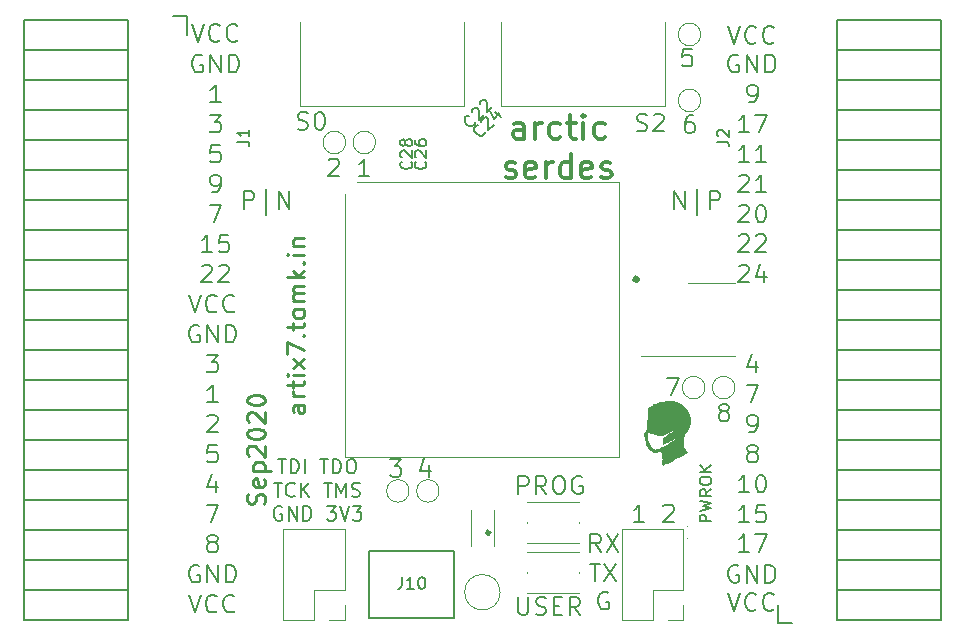
<source format=gbr>
G04 #@! TF.GenerationSoftware,KiCad,Pcbnew,5.1.6-c6e7f7d~87~ubuntu20.04.1*
G04 #@! TF.CreationDate,2020-09-13T13:30:54-07:00*
G04 #@! TF.ProjectId,artix7-pcie-v2,61727469-7837-42d7-9063-69652d76322e,rev?*
G04 #@! TF.SameCoordinates,PX69f4060PY6b00940*
G04 #@! TF.FileFunction,Legend,Top*
G04 #@! TF.FilePolarity,Positive*
%FSLAX46Y46*%
G04 Gerber Fmt 4.6, Leading zero omitted, Abs format (unit mm)*
G04 Created by KiCad (PCBNEW 5.1.6-c6e7f7d~87~ubuntu20.04.1) date 2020-09-13 13:30:54*
%MOMM*%
%LPD*%
G01*
G04 APERTURE LIST*
%ADD10C,0.200000*%
%ADD11C,0.350000*%
%ADD12C,0.150000*%
%ADD13C,0.250000*%
%ADD14C,0.100000*%
%ADD15C,0.120000*%
%ADD16C,0.010000*%
%ADD17C,0.500000*%
%ADD18C,0.300000*%
G04 APERTURE END LIST*
D10*
X46257142Y34761429D02*
X46257142Y36261429D01*
X47114285Y34761429D01*
X47114285Y36261429D01*
X48185714Y34261429D02*
X48185714Y36404286D01*
X49257142Y34761429D02*
X49257142Y36261429D01*
X49828571Y36261429D01*
X49971428Y36190000D01*
X50042857Y36118572D01*
X50114285Y35975715D01*
X50114285Y35761429D01*
X50042857Y35618572D01*
X49971428Y35547143D01*
X49828571Y35475715D01*
X49257142Y35475715D01*
X9807142Y34761429D02*
X9807142Y36261429D01*
X10378571Y36261429D01*
X10521428Y36190000D01*
X10592857Y36118572D01*
X10664285Y35975715D01*
X10664285Y35761429D01*
X10592857Y35618572D01*
X10521428Y35547143D01*
X10378571Y35475715D01*
X9807142Y35475715D01*
X11664285Y34261429D02*
X11664285Y36404286D01*
X12735714Y34761429D02*
X12735714Y36261429D01*
X13592857Y34761429D01*
X13592857Y36261429D01*
X50307142Y17618572D02*
X50164285Y17690000D01*
X50092857Y17761429D01*
X50021428Y17904286D01*
X50021428Y17975715D01*
X50092857Y18118572D01*
X50164285Y18190000D01*
X50307142Y18261429D01*
X50592857Y18261429D01*
X50735714Y18190000D01*
X50807142Y18118572D01*
X50878571Y17975715D01*
X50878571Y17904286D01*
X50807142Y17761429D01*
X50735714Y17690000D01*
X50592857Y17618572D01*
X50307142Y17618572D01*
X50164285Y17547143D01*
X50092857Y17475715D01*
X50021428Y17332858D01*
X50021428Y17047143D01*
X50092857Y16904286D01*
X50164285Y16832858D01*
X50307142Y16761429D01*
X50592857Y16761429D01*
X50735714Y16832858D01*
X50807142Y16904286D01*
X50878571Y17047143D01*
X50878571Y17332858D01*
X50807142Y17475715D01*
X50735714Y17547143D01*
X50592857Y17618572D01*
X45600000Y20461429D02*
X46600000Y20461429D01*
X45957142Y18961429D01*
X47707142Y48311429D02*
X46992857Y48311429D01*
X46921428Y47597143D01*
X46992857Y47668572D01*
X47135714Y47740000D01*
X47492857Y47740000D01*
X47635714Y47668572D01*
X47707142Y47597143D01*
X47778571Y47454286D01*
X47778571Y47097143D01*
X47707142Y46954286D01*
X47635714Y46882858D01*
X47492857Y46811429D01*
X47135714Y46811429D01*
X46992857Y46882858D01*
X46921428Y46954286D01*
X47835714Y42661429D02*
X47550000Y42661429D01*
X47407142Y42590000D01*
X47335714Y42518572D01*
X47192857Y42304286D01*
X47121428Y42018572D01*
X47121428Y41447143D01*
X47192857Y41304286D01*
X47264285Y41232858D01*
X47407142Y41161429D01*
X47692857Y41161429D01*
X47835714Y41232858D01*
X47907142Y41304286D01*
X47978571Y41447143D01*
X47978571Y41804286D01*
X47907142Y41947143D01*
X47835714Y42018572D01*
X47692857Y42090000D01*
X47407142Y42090000D01*
X47264285Y42018572D01*
X47192857Y41947143D01*
X47121428Y41804286D01*
X20428571Y37511429D02*
X19571428Y37511429D01*
X20000000Y37511429D02*
X20000000Y39011429D01*
X19857142Y38797143D01*
X19714285Y38654286D01*
X19571428Y38582858D01*
X16971428Y38868572D02*
X17042857Y38940000D01*
X17185714Y39011429D01*
X17542857Y39011429D01*
X17685714Y38940000D01*
X17757142Y38868572D01*
X17828571Y38725715D01*
X17828571Y38582858D01*
X17757142Y38368572D01*
X16900000Y37511429D01*
X17828571Y37511429D01*
X25435714Y13061429D02*
X25435714Y12061429D01*
X25078571Y13632858D02*
X24721428Y12561429D01*
X25650000Y12561429D01*
X22200000Y13561429D02*
X23128571Y13561429D01*
X22628571Y12990000D01*
X22842857Y12990000D01*
X22985714Y12918572D01*
X23057142Y12847143D01*
X23128571Y12704286D01*
X23128571Y12347143D01*
X23057142Y12204286D01*
X22985714Y12132858D01*
X22842857Y12061429D01*
X22414285Y12061429D01*
X22271428Y12132858D01*
X22200000Y12204286D01*
X40642857Y2264000D02*
X40500000Y2335429D01*
X40285714Y2335429D01*
X40071428Y2264000D01*
X39928571Y2121143D01*
X39857142Y1978286D01*
X39785714Y1692572D01*
X39785714Y1478286D01*
X39857142Y1192572D01*
X39928571Y1049715D01*
X40071428Y906858D01*
X40285714Y835429D01*
X40428571Y835429D01*
X40642857Y906858D01*
X40714285Y978286D01*
X40714285Y1478286D01*
X40428571Y1478286D01*
D11*
X33497619Y40710239D02*
X33497619Y41757858D01*
X33402380Y41948334D01*
X33211904Y42043572D01*
X32830952Y42043572D01*
X32640476Y41948334D01*
X33497619Y40805477D02*
X33307142Y40710239D01*
X32830952Y40710239D01*
X32640476Y40805477D01*
X32545238Y40995953D01*
X32545238Y41186429D01*
X32640476Y41376905D01*
X32830952Y41472143D01*
X33307142Y41472143D01*
X33497619Y41567381D01*
X34450000Y40710239D02*
X34450000Y42043572D01*
X34450000Y41662620D02*
X34545238Y41853096D01*
X34640476Y41948334D01*
X34830952Y42043572D01*
X35021428Y42043572D01*
X36545238Y40805477D02*
X36354761Y40710239D01*
X35973809Y40710239D01*
X35783333Y40805477D01*
X35688095Y40900715D01*
X35592857Y41091191D01*
X35592857Y41662620D01*
X35688095Y41853096D01*
X35783333Y41948334D01*
X35973809Y42043572D01*
X36354761Y42043572D01*
X36545238Y41948334D01*
X37116666Y42043572D02*
X37878571Y42043572D01*
X37402380Y42710239D02*
X37402380Y40995953D01*
X37497619Y40805477D01*
X37688095Y40710239D01*
X37878571Y40710239D01*
X38545238Y40710239D02*
X38545238Y42043572D01*
X38545238Y42710239D02*
X38450000Y42615000D01*
X38545238Y42519762D01*
X38640476Y42615000D01*
X38545238Y42710239D01*
X38545238Y42519762D01*
X40354761Y40805477D02*
X40164285Y40710239D01*
X39783333Y40710239D01*
X39592857Y40805477D01*
X39497619Y40900715D01*
X39402380Y41091191D01*
X39402380Y41662620D01*
X39497619Y41853096D01*
X39592857Y41948334D01*
X39783333Y42043572D01*
X40164285Y42043572D01*
X40354761Y41948334D01*
X31973809Y37455477D02*
X32164285Y37360239D01*
X32545238Y37360239D01*
X32735714Y37455477D01*
X32830952Y37645953D01*
X32830952Y37741191D01*
X32735714Y37931667D01*
X32545238Y38026905D01*
X32259523Y38026905D01*
X32069047Y38122143D01*
X31973809Y38312620D01*
X31973809Y38407858D01*
X32069047Y38598334D01*
X32259523Y38693572D01*
X32545238Y38693572D01*
X32735714Y38598334D01*
X34450000Y37455477D02*
X34259523Y37360239D01*
X33878571Y37360239D01*
X33688095Y37455477D01*
X33592857Y37645953D01*
X33592857Y38407858D01*
X33688095Y38598334D01*
X33878571Y38693572D01*
X34259523Y38693572D01*
X34450000Y38598334D01*
X34545238Y38407858D01*
X34545238Y38217381D01*
X33592857Y38026905D01*
X35402380Y37360239D02*
X35402380Y38693572D01*
X35402380Y38312620D02*
X35497619Y38503096D01*
X35592857Y38598334D01*
X35783333Y38693572D01*
X35973809Y38693572D01*
X37497619Y37360239D02*
X37497619Y39360239D01*
X37497619Y37455477D02*
X37307142Y37360239D01*
X36926190Y37360239D01*
X36735714Y37455477D01*
X36640476Y37550715D01*
X36545238Y37741191D01*
X36545238Y38312620D01*
X36640476Y38503096D01*
X36735714Y38598334D01*
X36926190Y38693572D01*
X37307142Y38693572D01*
X37497619Y38598334D01*
X39211904Y37455477D02*
X39021428Y37360239D01*
X38640476Y37360239D01*
X38450000Y37455477D01*
X38354761Y37645953D01*
X38354761Y38407858D01*
X38450000Y38598334D01*
X38640476Y38693572D01*
X39021428Y38693572D01*
X39211904Y38598334D01*
X39307142Y38407858D01*
X39307142Y38217381D01*
X38354761Y38026905D01*
X40069047Y37455477D02*
X40259523Y37360239D01*
X40640476Y37360239D01*
X40830952Y37455477D01*
X40926190Y37645953D01*
X40926190Y37741191D01*
X40830952Y37931667D01*
X40640476Y38026905D01*
X40354761Y38026905D01*
X40164285Y38122143D01*
X40069047Y38312620D01*
X40069047Y38407858D01*
X40164285Y38598334D01*
X40354761Y38693572D01*
X40640476Y38693572D01*
X40830952Y38598334D01*
D12*
X49379380Y8300858D02*
X48379380Y8300858D01*
X48379380Y8681810D01*
X48427000Y8777048D01*
X48474619Y8824667D01*
X48569857Y8872286D01*
X48712714Y8872286D01*
X48807952Y8824667D01*
X48855571Y8777048D01*
X48903190Y8681810D01*
X48903190Y8300858D01*
X48379380Y9205620D02*
X49379380Y9443715D01*
X48665095Y9634191D01*
X49379380Y9824667D01*
X48379380Y10062762D01*
X49379380Y11015143D02*
X48903190Y10681810D01*
X49379380Y10443715D02*
X48379380Y10443715D01*
X48379380Y10824667D01*
X48427000Y10919905D01*
X48474619Y10967524D01*
X48569857Y11015143D01*
X48712714Y11015143D01*
X48807952Y10967524D01*
X48855571Y10919905D01*
X48903190Y10824667D01*
X48903190Y10443715D01*
X48379380Y11634191D02*
X48379380Y11824667D01*
X48427000Y11919905D01*
X48522238Y12015143D01*
X48712714Y12062762D01*
X49046047Y12062762D01*
X49236523Y12015143D01*
X49331761Y11919905D01*
X49379380Y11824667D01*
X49379380Y11634191D01*
X49331761Y11538953D01*
X49236523Y11443715D01*
X49046047Y11396096D01*
X48712714Y11396096D01*
X48522238Y11443715D01*
X48427000Y11538953D01*
X48379380Y11634191D01*
X49379380Y12491334D02*
X48379380Y12491334D01*
X49379380Y13062762D02*
X48807952Y12634191D01*
X48379380Y13062762D02*
X48950809Y12491334D01*
D13*
X14928571Y18175715D02*
X14142857Y18175715D01*
X14000000Y18104286D01*
X13928571Y17961429D01*
X13928571Y17675715D01*
X14000000Y17532858D01*
X14857142Y18175715D02*
X14928571Y18032858D01*
X14928571Y17675715D01*
X14857142Y17532858D01*
X14714285Y17461429D01*
X14571428Y17461429D01*
X14428571Y17532858D01*
X14357142Y17675715D01*
X14357142Y18032858D01*
X14285714Y18175715D01*
X14928571Y18890000D02*
X13928571Y18890000D01*
X14214285Y18890000D02*
X14071428Y18961429D01*
X14000000Y19032858D01*
X13928571Y19175715D01*
X13928571Y19318572D01*
X13928571Y19604286D02*
X13928571Y20175715D01*
X13428571Y19818572D02*
X14714285Y19818572D01*
X14857142Y19890000D01*
X14928571Y20032858D01*
X14928571Y20175715D01*
X14928571Y20675715D02*
X13928571Y20675715D01*
X13428571Y20675715D02*
X13500000Y20604286D01*
X13571428Y20675715D01*
X13500000Y20747143D01*
X13428571Y20675715D01*
X13571428Y20675715D01*
X14928571Y21247143D02*
X13928571Y22032858D01*
X13928571Y21247143D02*
X14928571Y22032858D01*
X13428571Y22461429D02*
X13428571Y23461429D01*
X14928571Y22818572D01*
X14785714Y24032858D02*
X14857142Y24104286D01*
X14928571Y24032858D01*
X14857142Y23961429D01*
X14785714Y24032858D01*
X14928571Y24032858D01*
X13928571Y24532858D02*
X13928571Y25104286D01*
X13428571Y24747143D02*
X14714285Y24747143D01*
X14857142Y24818572D01*
X14928571Y24961429D01*
X14928571Y25104286D01*
X14928571Y25818572D02*
X14857142Y25675715D01*
X14785714Y25604286D01*
X14642857Y25532858D01*
X14214285Y25532858D01*
X14071428Y25604286D01*
X14000000Y25675715D01*
X13928571Y25818572D01*
X13928571Y26032858D01*
X14000000Y26175715D01*
X14071428Y26247143D01*
X14214285Y26318572D01*
X14642857Y26318572D01*
X14785714Y26247143D01*
X14857142Y26175715D01*
X14928571Y26032858D01*
X14928571Y25818572D01*
X14928571Y26961429D02*
X13928571Y26961429D01*
X14071428Y26961429D02*
X14000000Y27032858D01*
X13928571Y27175715D01*
X13928571Y27390000D01*
X14000000Y27532858D01*
X14142857Y27604286D01*
X14928571Y27604286D01*
X14142857Y27604286D02*
X14000000Y27675715D01*
X13928571Y27818572D01*
X13928571Y28032858D01*
X14000000Y28175715D01*
X14142857Y28247143D01*
X14928571Y28247143D01*
X14928571Y28961429D02*
X13428571Y28961429D01*
X14357142Y29104286D02*
X14928571Y29532858D01*
X13928571Y29532858D02*
X14500000Y28961429D01*
X14785714Y30175715D02*
X14857142Y30247143D01*
X14928571Y30175715D01*
X14857142Y30104286D01*
X14785714Y30175715D01*
X14928571Y30175715D01*
X14928571Y30890000D02*
X13928571Y30890000D01*
X13428571Y30890000D02*
X13500000Y30818572D01*
X13571428Y30890000D01*
X13500000Y30961429D01*
X13428571Y30890000D01*
X13571428Y30890000D01*
X13928571Y31604286D02*
X14928571Y31604286D01*
X14071428Y31604286D02*
X14000000Y31675715D01*
X13928571Y31818572D01*
X13928571Y32032858D01*
X14000000Y32175715D01*
X14142857Y32247143D01*
X14928571Y32247143D01*
X11507142Y9782858D02*
X11578571Y9997143D01*
X11578571Y10354286D01*
X11507142Y10497143D01*
X11435714Y10568572D01*
X11292857Y10640000D01*
X11150000Y10640000D01*
X11007142Y10568572D01*
X10935714Y10497143D01*
X10864285Y10354286D01*
X10792857Y10068572D01*
X10721428Y9925715D01*
X10650000Y9854286D01*
X10507142Y9782858D01*
X10364285Y9782858D01*
X10221428Y9854286D01*
X10150000Y9925715D01*
X10078571Y10068572D01*
X10078571Y10425715D01*
X10150000Y10640000D01*
X11507142Y11854286D02*
X11578571Y11711429D01*
X11578571Y11425715D01*
X11507142Y11282858D01*
X11364285Y11211429D01*
X10792857Y11211429D01*
X10650000Y11282858D01*
X10578571Y11425715D01*
X10578571Y11711429D01*
X10650000Y11854286D01*
X10792857Y11925715D01*
X10935714Y11925715D01*
X11078571Y11211429D01*
X10578571Y12568572D02*
X12078571Y12568572D01*
X10650000Y12568572D02*
X10578571Y12711429D01*
X10578571Y12997143D01*
X10650000Y13140000D01*
X10721428Y13211429D01*
X10864285Y13282858D01*
X11292857Y13282858D01*
X11435714Y13211429D01*
X11507142Y13140000D01*
X11578571Y12997143D01*
X11578571Y12711429D01*
X11507142Y12568572D01*
X10221428Y13854286D02*
X10150000Y13925715D01*
X10078571Y14068572D01*
X10078571Y14425715D01*
X10150000Y14568572D01*
X10221428Y14640000D01*
X10364285Y14711429D01*
X10507142Y14711429D01*
X10721428Y14640000D01*
X11578571Y13782858D01*
X11578571Y14711429D01*
X10078571Y15640000D02*
X10078571Y15782858D01*
X10150000Y15925715D01*
X10221428Y15997143D01*
X10364285Y16068572D01*
X10650000Y16140000D01*
X11007142Y16140000D01*
X11292857Y16068572D01*
X11435714Y15997143D01*
X11507142Y15925715D01*
X11578571Y15782858D01*
X11578571Y15640000D01*
X11507142Y15497143D01*
X11435714Y15425715D01*
X11292857Y15354286D01*
X11007142Y15282858D01*
X10650000Y15282858D01*
X10364285Y15354286D01*
X10221428Y15425715D01*
X10150000Y15497143D01*
X10078571Y15640000D01*
X10221428Y16711429D02*
X10150000Y16782858D01*
X10078571Y16925715D01*
X10078571Y17282858D01*
X10150000Y17425715D01*
X10221428Y17497143D01*
X10364285Y17568572D01*
X10507142Y17568572D01*
X10721428Y17497143D01*
X11578571Y16640000D01*
X11578571Y17568572D01*
X10078571Y18497143D02*
X10078571Y18640000D01*
X10150000Y18782858D01*
X10221428Y18854286D01*
X10364285Y18925715D01*
X10650000Y18997143D01*
X11007142Y18997143D01*
X11292857Y18925715D01*
X11435714Y18854286D01*
X11507142Y18782858D01*
X11578571Y18640000D01*
X11578571Y18497143D01*
X11507142Y18354286D01*
X11435714Y18282858D01*
X11292857Y18211429D01*
X11007142Y18140000D01*
X10650000Y18140000D01*
X10364285Y18211429D01*
X10221428Y18282858D01*
X10150000Y18354286D01*
X10078571Y18497143D01*
D10*
X51657142Y47740000D02*
X51514285Y47811429D01*
X51300000Y47811429D01*
X51085714Y47740000D01*
X50942857Y47597143D01*
X50871428Y47454286D01*
X50800000Y47168572D01*
X50800000Y46954286D01*
X50871428Y46668572D01*
X50942857Y46525715D01*
X51085714Y46382858D01*
X51300000Y46311429D01*
X51442857Y46311429D01*
X51657142Y46382858D01*
X51728571Y46454286D01*
X51728571Y46954286D01*
X51442857Y46954286D01*
X52371428Y46311429D02*
X52371428Y47811429D01*
X53228571Y46311429D01*
X53228571Y47811429D01*
X53942857Y46311429D02*
X53942857Y47811429D01*
X54300000Y47811429D01*
X54514285Y47740000D01*
X54657142Y47597143D01*
X54728571Y47454286D01*
X54800000Y47168572D01*
X54800000Y46954286D01*
X54728571Y46668572D01*
X54657142Y46525715D01*
X54514285Y46382858D01*
X54300000Y46311429D01*
X53942857Y46311429D01*
X51721142Y32468572D02*
X51792571Y32540000D01*
X51935428Y32611429D01*
X52292571Y32611429D01*
X52435428Y32540000D01*
X52506857Y32468572D01*
X52578285Y32325715D01*
X52578285Y32182858D01*
X52506857Y31968572D01*
X51649714Y31111429D01*
X52578285Y31111429D01*
X53149714Y32468572D02*
X53221142Y32540000D01*
X53364000Y32611429D01*
X53721142Y32611429D01*
X53864000Y32540000D01*
X53935428Y32468572D01*
X54006857Y32325715D01*
X54006857Y32182858D01*
X53935428Y31968572D01*
X53078285Y31111429D01*
X54006857Y31111429D01*
X52578285Y5711429D02*
X51721142Y5711429D01*
X52149714Y5711429D02*
X52149714Y7211429D01*
X52006857Y6997143D01*
X51864000Y6854286D01*
X51721142Y6782858D01*
X53078285Y7211429D02*
X54078285Y7211429D01*
X53435428Y5711429D01*
X50800000Y2211429D02*
X51300000Y711429D01*
X51800000Y2211429D01*
X53157142Y854286D02*
X53085714Y782858D01*
X52871428Y711429D01*
X52728571Y711429D01*
X52514285Y782858D01*
X52371428Y925715D01*
X52300000Y1068572D01*
X52228571Y1354286D01*
X52228571Y1568572D01*
X52300000Y1854286D01*
X52371428Y1997143D01*
X52514285Y2140000D01*
X52728571Y2211429D01*
X52871428Y2211429D01*
X53085714Y2140000D01*
X53157142Y2068572D01*
X54657142Y854286D02*
X54585714Y782858D01*
X54371428Y711429D01*
X54228571Y711429D01*
X54014285Y782858D01*
X53871428Y925715D01*
X53800000Y1068572D01*
X53728571Y1354286D01*
X53728571Y1568572D01*
X53800000Y1854286D01*
X53871428Y1997143D01*
X54014285Y2140000D01*
X54228571Y2211429D01*
X54371428Y2211429D01*
X54585714Y2140000D01*
X54657142Y2068572D01*
X51657142Y4540000D02*
X51514285Y4611429D01*
X51300000Y4611429D01*
X51085714Y4540000D01*
X50942857Y4397143D01*
X50871428Y4254286D01*
X50800000Y3968572D01*
X50800000Y3754286D01*
X50871428Y3468572D01*
X50942857Y3325715D01*
X51085714Y3182858D01*
X51300000Y3111429D01*
X51442857Y3111429D01*
X51657142Y3182858D01*
X51728571Y3254286D01*
X51728571Y3754286D01*
X51442857Y3754286D01*
X52371428Y3111429D02*
X52371428Y4611429D01*
X53228571Y3111429D01*
X53228571Y4611429D01*
X53942857Y3111429D02*
X53942857Y4611429D01*
X54300000Y4611429D01*
X54514285Y4540000D01*
X54657142Y4397143D01*
X54728571Y4254286D01*
X54800000Y3968572D01*
X54800000Y3754286D01*
X54728571Y3468572D01*
X54657142Y3325715D01*
X54514285Y3182858D01*
X54300000Y3111429D01*
X53942857Y3111429D01*
X50800000Y50211429D02*
X51300000Y48711429D01*
X51800000Y50211429D01*
X53157142Y48854286D02*
X53085714Y48782858D01*
X52871428Y48711429D01*
X52728571Y48711429D01*
X52514285Y48782858D01*
X52371428Y48925715D01*
X52300000Y49068572D01*
X52228571Y49354286D01*
X52228571Y49568572D01*
X52300000Y49854286D01*
X52371428Y49997143D01*
X52514285Y50140000D01*
X52728571Y50211429D01*
X52871428Y50211429D01*
X53085714Y50140000D01*
X53157142Y50068572D01*
X54657142Y48854286D02*
X54585714Y48782858D01*
X54371428Y48711429D01*
X54228571Y48711429D01*
X54014285Y48782858D01*
X53871428Y48925715D01*
X53800000Y49068572D01*
X53728571Y49354286D01*
X53728571Y49568572D01*
X53800000Y49854286D01*
X53871428Y49997143D01*
X54014285Y50140000D01*
X54228571Y50211429D01*
X54371428Y50211429D01*
X54585714Y50140000D01*
X54657142Y50068572D01*
X5400000Y50411429D02*
X5900000Y48911429D01*
X6400000Y50411429D01*
X7757142Y49054286D02*
X7685714Y48982858D01*
X7471428Y48911429D01*
X7328571Y48911429D01*
X7114285Y48982858D01*
X6971428Y49125715D01*
X6900000Y49268572D01*
X6828571Y49554286D01*
X6828571Y49768572D01*
X6900000Y50054286D01*
X6971428Y50197143D01*
X7114285Y50340000D01*
X7328571Y50411429D01*
X7471428Y50411429D01*
X7685714Y50340000D01*
X7757142Y50268572D01*
X9257142Y49054286D02*
X9185714Y48982858D01*
X8971428Y48911429D01*
X8828571Y48911429D01*
X8614285Y48982858D01*
X8471428Y49125715D01*
X8400000Y49268572D01*
X8328571Y49554286D01*
X8328571Y49768572D01*
X8400000Y50054286D01*
X8471428Y50197143D01*
X8614285Y50340000D01*
X8828571Y50411429D01*
X8971428Y50411429D01*
X9185714Y50340000D01*
X9257142Y50268572D01*
X6257142Y47740000D02*
X6114285Y47811429D01*
X5900000Y47811429D01*
X5685714Y47740000D01*
X5542857Y47597143D01*
X5471428Y47454286D01*
X5400000Y47168572D01*
X5400000Y46954286D01*
X5471428Y46668572D01*
X5542857Y46525715D01*
X5685714Y46382858D01*
X5900000Y46311429D01*
X6042857Y46311429D01*
X6257142Y46382858D01*
X6328571Y46454286D01*
X6328571Y46954286D01*
X6042857Y46954286D01*
X6971428Y46311429D02*
X6971428Y47811429D01*
X7828571Y46311429D01*
X7828571Y47811429D01*
X8542857Y46311429D02*
X8542857Y47811429D01*
X8900000Y47811429D01*
X9114285Y47740000D01*
X9257142Y47597143D01*
X9328571Y47454286D01*
X9400000Y47168572D01*
X9400000Y46954286D01*
X9328571Y46668572D01*
X9257142Y46525715D01*
X9114285Y46382858D01*
X8900000Y46311429D01*
X8542857Y46311429D01*
X52578285Y8201429D02*
X51721142Y8201429D01*
X52149714Y8201429D02*
X52149714Y9701429D01*
X52006857Y9487143D01*
X51864000Y9344286D01*
X51721142Y9272858D01*
X53935428Y9701429D02*
X53221142Y9701429D01*
X53149714Y8987143D01*
X53221142Y9058572D01*
X53364000Y9130000D01*
X53721142Y9130000D01*
X53864000Y9058572D01*
X53935428Y8987143D01*
X54006857Y8844286D01*
X54006857Y8487143D01*
X53935428Y8344286D01*
X53864000Y8272858D01*
X53721142Y8201429D01*
X53364000Y8201429D01*
X53221142Y8272858D01*
X53149714Y8344286D01*
X52578285Y10741429D02*
X51721142Y10741429D01*
X52149714Y10741429D02*
X52149714Y12241429D01*
X52006857Y12027143D01*
X51864000Y11884286D01*
X51721142Y11812858D01*
X53506857Y12241429D02*
X53649714Y12241429D01*
X53792571Y12170000D01*
X53864000Y12098572D01*
X53935428Y11955715D01*
X54006857Y11670000D01*
X54006857Y11312858D01*
X53935428Y11027143D01*
X53864000Y10884286D01*
X53792571Y10812858D01*
X53649714Y10741429D01*
X53506857Y10741429D01*
X53364000Y10812858D01*
X53292571Y10884286D01*
X53221142Y11027143D01*
X53149714Y11312858D01*
X53149714Y11670000D01*
X53221142Y11955715D01*
X53292571Y12098572D01*
X53364000Y12170000D01*
X53506857Y12241429D01*
X52721142Y14138572D02*
X52578285Y14210000D01*
X52506857Y14281429D01*
X52435428Y14424286D01*
X52435428Y14495715D01*
X52506857Y14638572D01*
X52578285Y14710000D01*
X52721142Y14781429D01*
X53006857Y14781429D01*
X53149714Y14710000D01*
X53221142Y14638572D01*
X53292571Y14495715D01*
X53292571Y14424286D01*
X53221142Y14281429D01*
X53149714Y14210000D01*
X53006857Y14138572D01*
X52721142Y14138572D01*
X52578285Y14067143D01*
X52506857Y13995715D01*
X52435428Y13852858D01*
X52435428Y13567143D01*
X52506857Y13424286D01*
X52578285Y13352858D01*
X52721142Y13281429D01*
X53006857Y13281429D01*
X53149714Y13352858D01*
X53221142Y13424286D01*
X53292571Y13567143D01*
X53292571Y13852858D01*
X53221142Y13995715D01*
X53149714Y14067143D01*
X53006857Y14138572D01*
X52578285Y15821429D02*
X52864000Y15821429D01*
X53006857Y15892858D01*
X53078285Y15964286D01*
X53221142Y16178572D01*
X53292571Y16464286D01*
X53292571Y17035715D01*
X53221142Y17178572D01*
X53149714Y17250000D01*
X53006857Y17321429D01*
X52721142Y17321429D01*
X52578285Y17250000D01*
X52506857Y17178572D01*
X52435428Y17035715D01*
X52435428Y16678572D01*
X52506857Y16535715D01*
X52578285Y16464286D01*
X52721142Y16392858D01*
X53006857Y16392858D01*
X53149714Y16464286D01*
X53221142Y16535715D01*
X53292571Y16678572D01*
X52364000Y19861429D02*
X53364000Y19861429D01*
X52721142Y18361429D01*
X53149714Y21901429D02*
X53149714Y20901429D01*
X52792571Y22472858D02*
X52435428Y21401429D01*
X53364000Y21401429D01*
X51721142Y29878572D02*
X51792571Y29950000D01*
X51935428Y30021429D01*
X52292571Y30021429D01*
X52435428Y29950000D01*
X52506857Y29878572D01*
X52578285Y29735715D01*
X52578285Y29592858D01*
X52506857Y29378572D01*
X51649714Y28521429D01*
X52578285Y28521429D01*
X53864000Y29521429D02*
X53864000Y28521429D01*
X53506857Y30092858D02*
X53149714Y29021429D01*
X54078285Y29021429D01*
X51721142Y34958572D02*
X51792571Y35030000D01*
X51935428Y35101429D01*
X52292571Y35101429D01*
X52435428Y35030000D01*
X52506857Y34958572D01*
X52578285Y34815715D01*
X52578285Y34672858D01*
X52506857Y34458572D01*
X51649714Y33601429D01*
X52578285Y33601429D01*
X53506857Y35101429D02*
X53649714Y35101429D01*
X53792571Y35030000D01*
X53864000Y34958572D01*
X53935428Y34815715D01*
X54006857Y34530000D01*
X54006857Y34172858D01*
X53935428Y33887143D01*
X53864000Y33744286D01*
X53792571Y33672858D01*
X53649714Y33601429D01*
X53506857Y33601429D01*
X53364000Y33672858D01*
X53292571Y33744286D01*
X53221142Y33887143D01*
X53149714Y34172858D01*
X53149714Y34530000D01*
X53221142Y34815715D01*
X53292571Y34958572D01*
X53364000Y35030000D01*
X53506857Y35101429D01*
X51721142Y37498572D02*
X51792571Y37570000D01*
X51935428Y37641429D01*
X52292571Y37641429D01*
X52435428Y37570000D01*
X52506857Y37498572D01*
X52578285Y37355715D01*
X52578285Y37212858D01*
X52506857Y36998572D01*
X51649714Y36141429D01*
X52578285Y36141429D01*
X54006857Y36141429D02*
X53149714Y36141429D01*
X53578285Y36141429D02*
X53578285Y37641429D01*
X53435428Y37427143D01*
X53292571Y37284286D01*
X53149714Y37212858D01*
X52578285Y38681429D02*
X51721142Y38681429D01*
X52149714Y38681429D02*
X52149714Y40181429D01*
X52006857Y39967143D01*
X51864000Y39824286D01*
X51721142Y39752858D01*
X54006857Y38681429D02*
X53149714Y38681429D01*
X53578285Y38681429D02*
X53578285Y40181429D01*
X53435428Y39967143D01*
X53292571Y39824286D01*
X53149714Y39752858D01*
X52578285Y41221429D02*
X51721142Y41221429D01*
X52149714Y41221429D02*
X52149714Y42721429D01*
X52006857Y42507143D01*
X51864000Y42364286D01*
X51721142Y42292858D01*
X53078285Y42721429D02*
X54078285Y42721429D01*
X53435428Y41221429D01*
X52578285Y43761429D02*
X52864000Y43761429D01*
X53006857Y43832858D01*
X53078285Y43904286D01*
X53221142Y44118572D01*
X53292571Y44404286D01*
X53292571Y44975715D01*
X53221142Y45118572D01*
X53149714Y45190000D01*
X53006857Y45261429D01*
X52721142Y45261429D01*
X52578285Y45190000D01*
X52506857Y45118572D01*
X52435428Y44975715D01*
X52435428Y44618572D01*
X52506857Y44475715D01*
X52578285Y44404286D01*
X52721142Y44332858D01*
X53006857Y44332858D01*
X53149714Y44404286D01*
X53221142Y44475715D01*
X53292571Y44618572D01*
X6001142Y4550000D02*
X5858285Y4621429D01*
X5644000Y4621429D01*
X5429714Y4550000D01*
X5286857Y4407143D01*
X5215428Y4264286D01*
X5144000Y3978572D01*
X5144000Y3764286D01*
X5215428Y3478572D01*
X5286857Y3335715D01*
X5429714Y3192858D01*
X5644000Y3121429D01*
X5786857Y3121429D01*
X6001142Y3192858D01*
X6072571Y3264286D01*
X6072571Y3764286D01*
X5786857Y3764286D01*
X6715428Y3121429D02*
X6715428Y4621429D01*
X7572571Y3121429D01*
X7572571Y4621429D01*
X8286857Y3121429D02*
X8286857Y4621429D01*
X8644000Y4621429D01*
X8858285Y4550000D01*
X9001142Y4407143D01*
X9072571Y4264286D01*
X9144000Y3978572D01*
X9144000Y3764286D01*
X9072571Y3478572D01*
X9001142Y3335715D01*
X8858285Y3192858D01*
X8644000Y3121429D01*
X8286857Y3121429D01*
X5144000Y2081429D02*
X5644000Y581429D01*
X6144000Y2081429D01*
X7501142Y724286D02*
X7429714Y652858D01*
X7215428Y581429D01*
X7072571Y581429D01*
X6858285Y652858D01*
X6715428Y795715D01*
X6644000Y938572D01*
X6572571Y1224286D01*
X6572571Y1438572D01*
X6644000Y1724286D01*
X6715428Y1867143D01*
X6858285Y2010000D01*
X7072571Y2081429D01*
X7215428Y2081429D01*
X7429714Y2010000D01*
X7501142Y1938572D01*
X9001142Y724286D02*
X8929714Y652858D01*
X8715428Y581429D01*
X8572571Y581429D01*
X8358285Y652858D01*
X8215428Y795715D01*
X8144000Y938572D01*
X8072571Y1224286D01*
X8072571Y1438572D01*
X8144000Y1724286D01*
X8215428Y1867143D01*
X8358285Y2010000D01*
X8572571Y2081429D01*
X8715428Y2081429D01*
X8929714Y2010000D01*
X9001142Y1938572D01*
X7001142Y6518572D02*
X6858285Y6590000D01*
X6786857Y6661429D01*
X6715428Y6804286D01*
X6715428Y6875715D01*
X6786857Y7018572D01*
X6858285Y7090000D01*
X7001142Y7161429D01*
X7286857Y7161429D01*
X7429714Y7090000D01*
X7501142Y7018572D01*
X7572571Y6875715D01*
X7572571Y6804286D01*
X7501142Y6661429D01*
X7429714Y6590000D01*
X7286857Y6518572D01*
X7001142Y6518572D01*
X6858285Y6447143D01*
X6786857Y6375715D01*
X6715428Y6232858D01*
X6715428Y5947143D01*
X6786857Y5804286D01*
X6858285Y5732858D01*
X7001142Y5661429D01*
X7286857Y5661429D01*
X7429714Y5732858D01*
X7501142Y5804286D01*
X7572571Y5947143D01*
X7572571Y6232858D01*
X7501142Y6375715D01*
X7429714Y6447143D01*
X7286857Y6518572D01*
X6644000Y9701429D02*
X7644000Y9701429D01*
X7001142Y8201429D01*
X7429714Y11741429D02*
X7429714Y10741429D01*
X7072571Y12312858D02*
X6715428Y11241429D01*
X7644000Y11241429D01*
X7501142Y14781429D02*
X6786857Y14781429D01*
X6715428Y14067143D01*
X6786857Y14138572D01*
X6929714Y14210000D01*
X7286857Y14210000D01*
X7429714Y14138572D01*
X7501142Y14067143D01*
X7572571Y13924286D01*
X7572571Y13567143D01*
X7501142Y13424286D01*
X7429714Y13352858D01*
X7286857Y13281429D01*
X6929714Y13281429D01*
X6786857Y13352858D01*
X6715428Y13424286D01*
X6715428Y17178572D02*
X6786857Y17250000D01*
X6929714Y17321429D01*
X7286857Y17321429D01*
X7429714Y17250000D01*
X7501142Y17178572D01*
X7572571Y17035715D01*
X7572571Y16892858D01*
X7501142Y16678572D01*
X6644000Y15821429D01*
X7572571Y15821429D01*
X7572571Y18361429D02*
X6715428Y18361429D01*
X7144000Y18361429D02*
X7144000Y19861429D01*
X7001142Y19647143D01*
X6858285Y19504286D01*
X6715428Y19432858D01*
X6644000Y22401429D02*
X7572571Y22401429D01*
X7072571Y21830000D01*
X7286857Y21830000D01*
X7429714Y21758572D01*
X7501142Y21687143D01*
X7572571Y21544286D01*
X7572571Y21187143D01*
X7501142Y21044286D01*
X7429714Y20972858D01*
X7286857Y20901429D01*
X6858285Y20901429D01*
X6715428Y20972858D01*
X6644000Y21044286D01*
X6255142Y29878572D02*
X6326571Y29950000D01*
X6469428Y30021429D01*
X6826571Y30021429D01*
X6969428Y29950000D01*
X7040857Y29878572D01*
X7112285Y29735715D01*
X7112285Y29592858D01*
X7040857Y29378572D01*
X6183714Y28521429D01*
X7112285Y28521429D01*
X7683714Y29878572D02*
X7755142Y29950000D01*
X7898000Y30021429D01*
X8255142Y30021429D01*
X8398000Y29950000D01*
X8469428Y29878572D01*
X8540857Y29735715D01*
X8540857Y29592858D01*
X8469428Y29378572D01*
X7612285Y28521429D01*
X8540857Y28521429D01*
X7112285Y31061429D02*
X6255142Y31061429D01*
X6683714Y31061429D02*
X6683714Y32561429D01*
X6540857Y32347143D01*
X6398000Y32204286D01*
X6255142Y32132858D01*
X8469428Y32561429D02*
X7755142Y32561429D01*
X7683714Y31847143D01*
X7755142Y31918572D01*
X7898000Y31990000D01*
X8255142Y31990000D01*
X8398000Y31918572D01*
X8469428Y31847143D01*
X8540857Y31704286D01*
X8540857Y31347143D01*
X8469428Y31204286D01*
X8398000Y31132858D01*
X8255142Y31061429D01*
X7898000Y31061429D01*
X7755142Y31132858D01*
X7683714Y31204286D01*
X6898000Y35101429D02*
X7898000Y35101429D01*
X7255142Y33601429D01*
X7112285Y36141429D02*
X7398000Y36141429D01*
X7540857Y36212858D01*
X7612285Y36284286D01*
X7755142Y36498572D01*
X7826571Y36784286D01*
X7826571Y37355715D01*
X7755142Y37498572D01*
X7683714Y37570000D01*
X7540857Y37641429D01*
X7255142Y37641429D01*
X7112285Y37570000D01*
X7040857Y37498572D01*
X6969428Y37355715D01*
X6969428Y36998572D01*
X7040857Y36855715D01*
X7112285Y36784286D01*
X7255142Y36712858D01*
X7540857Y36712858D01*
X7683714Y36784286D01*
X7755142Y36855715D01*
X7826571Y36998572D01*
X7755142Y40181429D02*
X7040857Y40181429D01*
X6969428Y39467143D01*
X7040857Y39538572D01*
X7183714Y39610000D01*
X7540857Y39610000D01*
X7683714Y39538572D01*
X7755142Y39467143D01*
X7826571Y39324286D01*
X7826571Y38967143D01*
X7755142Y38824286D01*
X7683714Y38752858D01*
X7540857Y38681429D01*
X7183714Y38681429D01*
X7040857Y38752858D01*
X6969428Y38824286D01*
X6898000Y42721429D02*
X7826571Y42721429D01*
X7326571Y42150000D01*
X7540857Y42150000D01*
X7683714Y42078572D01*
X7755142Y42007143D01*
X7826571Y41864286D01*
X7826571Y41507143D01*
X7755142Y41364286D01*
X7683714Y41292858D01*
X7540857Y41221429D01*
X7112285Y41221429D01*
X6969428Y41292858D01*
X6898000Y41364286D01*
X7826571Y43761429D02*
X6969428Y43761429D01*
X7398000Y43761429D02*
X7398000Y45261429D01*
X7255142Y45047143D01*
X7112285Y44904286D01*
X6969428Y44832858D01*
X5144000Y27481429D02*
X5644000Y25981429D01*
X6144000Y27481429D01*
X7501142Y26124286D02*
X7429714Y26052858D01*
X7215428Y25981429D01*
X7072571Y25981429D01*
X6858285Y26052858D01*
X6715428Y26195715D01*
X6644000Y26338572D01*
X6572571Y26624286D01*
X6572571Y26838572D01*
X6644000Y27124286D01*
X6715428Y27267143D01*
X6858285Y27410000D01*
X7072571Y27481429D01*
X7215428Y27481429D01*
X7429714Y27410000D01*
X7501142Y27338572D01*
X9001142Y26124286D02*
X8929714Y26052858D01*
X8715428Y25981429D01*
X8572571Y25981429D01*
X8358285Y26052858D01*
X8215428Y26195715D01*
X8144000Y26338572D01*
X8072571Y26624286D01*
X8072571Y26838572D01*
X8144000Y27124286D01*
X8215428Y27267143D01*
X8358285Y27410000D01*
X8572571Y27481429D01*
X8715428Y27481429D01*
X8929714Y27410000D01*
X9001142Y27338572D01*
X6001142Y24870000D02*
X5858285Y24941429D01*
X5644000Y24941429D01*
X5429714Y24870000D01*
X5286857Y24727143D01*
X5215428Y24584286D01*
X5144000Y24298572D01*
X5144000Y24084286D01*
X5215428Y23798572D01*
X5286857Y23655715D01*
X5429714Y23512858D01*
X5644000Y23441429D01*
X5786857Y23441429D01*
X6001142Y23512858D01*
X6072571Y23584286D01*
X6072571Y24084286D01*
X5786857Y24084286D01*
X6715428Y23441429D02*
X6715428Y24941429D01*
X7572571Y23441429D01*
X7572571Y24941429D01*
X8286857Y23441429D02*
X8286857Y24941429D01*
X8644000Y24941429D01*
X8858285Y24870000D01*
X9001142Y24727143D01*
X9072571Y24584286D01*
X9144000Y24298572D01*
X9144000Y24084286D01*
X9072571Y23798572D01*
X9001142Y23655715D01*
X8858285Y23512858D01*
X8644000Y23441429D01*
X8286857Y23441429D01*
X43057142Y41382858D02*
X43271428Y41311429D01*
X43628571Y41311429D01*
X43771428Y41382858D01*
X43842857Y41454286D01*
X43914285Y41597143D01*
X43914285Y41740000D01*
X43842857Y41882858D01*
X43771428Y41954286D01*
X43628571Y42025715D01*
X43342857Y42097143D01*
X43200000Y42168572D01*
X43128571Y42240000D01*
X43057142Y42382858D01*
X43057142Y42525715D01*
X43128571Y42668572D01*
X43200000Y42740000D01*
X43342857Y42811429D01*
X43700000Y42811429D01*
X43914285Y42740000D01*
X44485714Y42668572D02*
X44557142Y42740000D01*
X44700000Y42811429D01*
X45057142Y42811429D01*
X45200000Y42740000D01*
X45271428Y42668572D01*
X45342857Y42525715D01*
X45342857Y42382858D01*
X45271428Y42168572D01*
X44414285Y41311429D01*
X45342857Y41311429D01*
X14357142Y41532858D02*
X14571428Y41461429D01*
X14928571Y41461429D01*
X15071428Y41532858D01*
X15142857Y41604286D01*
X15214285Y41747143D01*
X15214285Y41890000D01*
X15142857Y42032858D01*
X15071428Y42104286D01*
X14928571Y42175715D01*
X14642857Y42247143D01*
X14500000Y42318572D01*
X14428571Y42390000D01*
X14357142Y42532858D01*
X14357142Y42675715D01*
X14428571Y42818572D01*
X14500000Y42890000D01*
X14642857Y42961429D01*
X15000000Y42961429D01*
X15214285Y42890000D01*
X16142857Y42961429D02*
X16285714Y42961429D01*
X16428571Y42890000D01*
X16500000Y42818572D01*
X16571428Y42675715D01*
X16642857Y42390000D01*
X16642857Y42032858D01*
X16571428Y41747143D01*
X16500000Y41604286D01*
X16428571Y41532858D01*
X16285714Y41461429D01*
X16142857Y41461429D01*
X16000000Y41532858D01*
X15928571Y41604286D01*
X15857142Y41747143D01*
X15785714Y42032858D01*
X15785714Y42390000D01*
X15857142Y42675715D01*
X15928571Y42818572D01*
X16000000Y42890000D01*
X16142857Y42961429D01*
X45321428Y9568572D02*
X45392857Y9640000D01*
X45535714Y9711429D01*
X45892857Y9711429D01*
X46035714Y9640000D01*
X46107142Y9568572D01*
X46178571Y9425715D01*
X46178571Y9282858D01*
X46107142Y9068572D01*
X45250000Y8211429D01*
X46178571Y8211429D01*
X43678571Y8211429D02*
X42821428Y8211429D01*
X43250000Y8211429D02*
X43250000Y9711429D01*
X43107142Y9497143D01*
X42964285Y9354286D01*
X42821428Y9282858D01*
X39107142Y4711429D02*
X39964285Y4711429D01*
X39535714Y3211429D02*
X39535714Y4711429D01*
X40321428Y4711429D02*
X41321428Y3211429D01*
X41321428Y4711429D02*
X40321428Y3211429D01*
X40000000Y5711429D02*
X39500000Y6425715D01*
X39142857Y5711429D02*
X39142857Y7211429D01*
X39714285Y7211429D01*
X39857142Y7140000D01*
X39928571Y7068572D01*
X40000000Y6925715D01*
X40000000Y6711429D01*
X39928571Y6568572D01*
X39857142Y6497143D01*
X39714285Y6425715D01*
X39142857Y6425715D01*
X40500000Y7211429D02*
X41500000Y5711429D01*
X41500000Y7211429D02*
X40500000Y5711429D01*
X12662571Y13569143D02*
X13348285Y13569143D01*
X13005428Y12369143D02*
X13005428Y13569143D01*
X13748285Y12369143D02*
X13748285Y13569143D01*
X14034000Y13569143D01*
X14205428Y13512000D01*
X14319714Y13397715D01*
X14376857Y13283429D01*
X14434000Y13054858D01*
X14434000Y12883429D01*
X14376857Y12654858D01*
X14319714Y12540572D01*
X14205428Y12426286D01*
X14034000Y12369143D01*
X13748285Y12369143D01*
X14948285Y12369143D02*
X14948285Y13569143D01*
X16262571Y13569143D02*
X16948285Y13569143D01*
X16605428Y12369143D02*
X16605428Y13569143D01*
X17348285Y12369143D02*
X17348285Y13569143D01*
X17634000Y13569143D01*
X17805428Y13512000D01*
X17919714Y13397715D01*
X17976857Y13283429D01*
X18034000Y13054858D01*
X18034000Y12883429D01*
X17976857Y12654858D01*
X17919714Y12540572D01*
X17805428Y12426286D01*
X17634000Y12369143D01*
X17348285Y12369143D01*
X18776857Y13569143D02*
X19005428Y13569143D01*
X19119714Y13512000D01*
X19234000Y13397715D01*
X19291142Y13169143D01*
X19291142Y12769143D01*
X19234000Y12540572D01*
X19119714Y12426286D01*
X19005428Y12369143D01*
X18776857Y12369143D01*
X18662571Y12426286D01*
X18548285Y12540572D01*
X18491142Y12769143D01*
X18491142Y13169143D01*
X18548285Y13397715D01*
X18662571Y13512000D01*
X18776857Y13569143D01*
X12319714Y11569143D02*
X13005428Y11569143D01*
X12662571Y10369143D02*
X12662571Y11569143D01*
X14091142Y10483429D02*
X14034000Y10426286D01*
X13862571Y10369143D01*
X13748285Y10369143D01*
X13576857Y10426286D01*
X13462571Y10540572D01*
X13405428Y10654858D01*
X13348285Y10883429D01*
X13348285Y11054858D01*
X13405428Y11283429D01*
X13462571Y11397715D01*
X13576857Y11512000D01*
X13748285Y11569143D01*
X13862571Y11569143D01*
X14034000Y11512000D01*
X14091142Y11454858D01*
X14605428Y10369143D02*
X14605428Y11569143D01*
X15291142Y10369143D02*
X14776857Y11054858D01*
X15291142Y11569143D02*
X14605428Y10883429D01*
X16548285Y11569143D02*
X17234000Y11569143D01*
X16891142Y10369143D02*
X16891142Y11569143D01*
X17634000Y10369143D02*
X17634000Y11569143D01*
X18034000Y10712000D01*
X18434000Y11569143D01*
X18434000Y10369143D01*
X18948285Y10426286D02*
X19119714Y10369143D01*
X19405428Y10369143D01*
X19519714Y10426286D01*
X19576857Y10483429D01*
X19634000Y10597715D01*
X19634000Y10712000D01*
X19576857Y10826286D01*
X19519714Y10883429D01*
X19405428Y10940572D01*
X19176857Y10997715D01*
X19062571Y11054858D01*
X19005428Y11112000D01*
X18948285Y11226286D01*
X18948285Y11340572D01*
X19005428Y11454858D01*
X19062571Y11512000D01*
X19176857Y11569143D01*
X19462571Y11569143D01*
X19634000Y11512000D01*
X13005428Y9512000D02*
X12891142Y9569143D01*
X12719714Y9569143D01*
X12548285Y9512000D01*
X12434000Y9397715D01*
X12376857Y9283429D01*
X12319714Y9054858D01*
X12319714Y8883429D01*
X12376857Y8654858D01*
X12434000Y8540572D01*
X12548285Y8426286D01*
X12719714Y8369143D01*
X12834000Y8369143D01*
X13005428Y8426286D01*
X13062571Y8483429D01*
X13062571Y8883429D01*
X12834000Y8883429D01*
X13576857Y8369143D02*
X13576857Y9569143D01*
X14262571Y8369143D01*
X14262571Y9569143D01*
X14834000Y8369143D02*
X14834000Y9569143D01*
X15119714Y9569143D01*
X15291142Y9512000D01*
X15405428Y9397715D01*
X15462571Y9283429D01*
X15519714Y9054858D01*
X15519714Y8883429D01*
X15462571Y8654858D01*
X15405428Y8540572D01*
X15291142Y8426286D01*
X15119714Y8369143D01*
X14834000Y8369143D01*
X16834000Y9569143D02*
X17576857Y9569143D01*
X17176857Y9112000D01*
X17348285Y9112000D01*
X17462571Y9054858D01*
X17519714Y8997715D01*
X17576857Y8883429D01*
X17576857Y8597715D01*
X17519714Y8483429D01*
X17462571Y8426286D01*
X17348285Y8369143D01*
X17005428Y8369143D01*
X16891142Y8426286D01*
X16834000Y8483429D01*
X17919714Y9569143D02*
X18319714Y8369143D01*
X18719714Y9569143D01*
X19005428Y9569143D02*
X19748285Y9569143D01*
X19348285Y9112000D01*
X19519714Y9112000D01*
X19634000Y9054858D01*
X19691142Y8997715D01*
X19748285Y8883429D01*
X19748285Y8597715D01*
X19691142Y8483429D01*
X19634000Y8426286D01*
X19519714Y8369143D01*
X19176857Y8369143D01*
X19062571Y8426286D01*
X19005428Y8483429D01*
X33020571Y1861429D02*
X33020571Y647143D01*
X33092000Y504286D01*
X33163428Y432858D01*
X33306285Y361429D01*
X33592000Y361429D01*
X33734857Y432858D01*
X33806285Y504286D01*
X33877714Y647143D01*
X33877714Y1861429D01*
X34520571Y432858D02*
X34734857Y361429D01*
X35092000Y361429D01*
X35234857Y432858D01*
X35306285Y504286D01*
X35377714Y647143D01*
X35377714Y790000D01*
X35306285Y932858D01*
X35234857Y1004286D01*
X35092000Y1075715D01*
X34806285Y1147143D01*
X34663428Y1218572D01*
X34592000Y1290000D01*
X34520571Y1432858D01*
X34520571Y1575715D01*
X34592000Y1718572D01*
X34663428Y1790000D01*
X34806285Y1861429D01*
X35163428Y1861429D01*
X35377714Y1790000D01*
X36020571Y1147143D02*
X36520571Y1147143D01*
X36734857Y361429D02*
X36020571Y361429D01*
X36020571Y1861429D01*
X36734857Y1861429D01*
X38234857Y361429D02*
X37734857Y1075715D01*
X37377714Y361429D02*
X37377714Y1861429D01*
X37949142Y1861429D01*
X38092000Y1790000D01*
X38163428Y1718572D01*
X38234857Y1575715D01*
X38234857Y1361429D01*
X38163428Y1218572D01*
X38092000Y1147143D01*
X37949142Y1075715D01*
X37377714Y1075715D01*
X33040428Y10614429D02*
X33040428Y12114429D01*
X33611857Y12114429D01*
X33754714Y12043000D01*
X33826142Y11971572D01*
X33897571Y11828715D01*
X33897571Y11614429D01*
X33826142Y11471572D01*
X33754714Y11400143D01*
X33611857Y11328715D01*
X33040428Y11328715D01*
X35397571Y10614429D02*
X34897571Y11328715D01*
X34540428Y10614429D02*
X34540428Y12114429D01*
X35111857Y12114429D01*
X35254714Y12043000D01*
X35326142Y11971572D01*
X35397571Y11828715D01*
X35397571Y11614429D01*
X35326142Y11471572D01*
X35254714Y11400143D01*
X35111857Y11328715D01*
X34540428Y11328715D01*
X36326142Y12114429D02*
X36611857Y12114429D01*
X36754714Y12043000D01*
X36897571Y11900143D01*
X36969000Y11614429D01*
X36969000Y11114429D01*
X36897571Y10828715D01*
X36754714Y10685858D01*
X36611857Y10614429D01*
X36326142Y10614429D01*
X36183285Y10685858D01*
X36040428Y10828715D01*
X35969000Y11114429D01*
X35969000Y11614429D01*
X36040428Y11900143D01*
X36183285Y12043000D01*
X36326142Y12114429D01*
X38397571Y12043000D02*
X38254714Y12114429D01*
X38040428Y12114429D01*
X37826142Y12043000D01*
X37683285Y11900143D01*
X37611857Y11757286D01*
X37540428Y11471572D01*
X37540428Y11257286D01*
X37611857Y10971572D01*
X37683285Y10828715D01*
X37826142Y10685858D01*
X38040428Y10614429D01*
X38183285Y10614429D01*
X38397571Y10685858D01*
X38469000Y10757286D01*
X38469000Y11257286D01*
X38183285Y11257286D01*
D14*
X47379000Y7864000D02*
G75*
G03*
X47379000Y7864000I-50000J0D01*
G01*
X47379000Y6848000D02*
G75*
G03*
X47379000Y6848000I-50000J0D01*
G01*
D15*
X33790000Y3900000D02*
X33790000Y4000000D01*
X38190000Y5700000D02*
X33790000Y5700000D01*
X33790000Y2200000D02*
X38190000Y2200000D01*
X38190000Y3900000D02*
X38190000Y4000000D01*
X33800000Y8150000D02*
X33800000Y8250000D01*
X38200000Y9950000D02*
X33800000Y9950000D01*
X33800000Y6450000D02*
X38200000Y6450000D01*
X38200000Y8150000D02*
X38200000Y8250000D01*
X45450000Y50600000D02*
X45450000Y44150000D01*
X31530000Y50600000D02*
X31530000Y44150000D01*
X45450000Y43440000D02*
X31530000Y43440000D01*
X31530000Y43440000D02*
X31530000Y44150000D01*
X45450000Y43440000D02*
X45450000Y44150000D01*
D16*
G36*
X45969384Y18514780D02*
G01*
X46127937Y18495162D01*
X46393736Y18424125D01*
X46640123Y18316807D01*
X46864282Y18175840D01*
X47063397Y18003858D01*
X47234655Y17803494D01*
X47375239Y17577379D01*
X47482335Y17328147D01*
X47524080Y17189418D01*
X47547064Y17059942D01*
X47558040Y16906050D01*
X47557018Y16743919D01*
X47544008Y16589727D01*
X47523682Y16477610D01*
X47475199Y16330684D01*
X47400040Y16168057D01*
X47304067Y16001109D01*
X47201648Y15852447D01*
X47146043Y15776306D01*
X47097009Y15705205D01*
X47062944Y15651442D01*
X47056753Y15640249D01*
X47021881Y15551710D01*
X46990332Y15432425D01*
X46964184Y15293964D01*
X46945512Y15147899D01*
X46936393Y15005798D01*
X46935831Y14966391D01*
X46941488Y14813057D01*
X46961805Y14688515D01*
X47001262Y14580469D01*
X47064339Y14476620D01*
X47154702Y14365587D01*
X47227049Y14277909D01*
X47267748Y14213772D01*
X47276675Y14177872D01*
X47266771Y14163376D01*
X47238722Y14140731D01*
X47190130Y14108572D01*
X47118597Y14065535D01*
X47021724Y14010253D01*
X46897111Y13941363D01*
X46742361Y13857500D01*
X46555074Y13757298D01*
X46332851Y13639393D01*
X46296550Y13620199D01*
X46108069Y13520989D01*
X45929960Y13428035D01*
X45765896Y13343198D01*
X45619546Y13268339D01*
X45494582Y13205318D01*
X45394674Y13155998D01*
X45323495Y13122238D01*
X45284715Y13105900D01*
X45279492Y13104642D01*
X45231288Y13115576D01*
X45210700Y13129125D01*
X45192437Y13159198D01*
X45186943Y13205386D01*
X45194461Y13275338D01*
X45215236Y13376705D01*
X45219126Y13393453D01*
X45241691Y13541309D01*
X45240803Y13699629D01*
X45215904Y13876676D01*
X45174665Y14050933D01*
X45146265Y14153246D01*
X45122080Y14219824D01*
X45094433Y14255560D01*
X45055645Y14265347D01*
X44998041Y14254078D01*
X44913943Y14226648D01*
X44904174Y14223337D01*
X44731217Y14186075D01*
X44559105Y14190405D01*
X44391521Y14235681D01*
X44232145Y14321256D01*
X44195454Y14347773D01*
X44110549Y14432000D01*
X44026602Y14551218D01*
X43946416Y14698127D01*
X43872793Y14865425D01*
X43808535Y15045811D01*
X43756445Y15231984D01*
X43719326Y15416642D01*
X43699979Y15592484D01*
X43698035Y15643725D01*
X43698125Y15725088D01*
X43700058Y15743445D01*
X43894973Y15743445D01*
X43895458Y15684819D01*
X43900762Y15593672D01*
X43900815Y15592857D01*
X43924786Y15402000D01*
X43971274Y15192627D01*
X44036592Y14979471D01*
X44088456Y14843312D01*
X44140752Y14733356D01*
X44202237Y14642183D01*
X44284290Y14551696D01*
X44395967Y14455855D01*
X44506429Y14397659D01*
X44622703Y14375829D01*
X44751816Y14389087D01*
X44900793Y14436155D01*
X44906607Y14438460D01*
X45058089Y14504678D01*
X45230496Y14589708D01*
X45411026Y14686780D01*
X45586879Y14789122D01*
X45683739Y14849545D01*
X45777552Y14910940D01*
X45880974Y14980486D01*
X45988242Y15054095D01*
X46093592Y15127676D01*
X46191263Y15197140D01*
X46275491Y15258398D01*
X46340513Y15307361D01*
X46380566Y15339939D01*
X46390765Y15351257D01*
X46374412Y15368601D01*
X46352062Y15378318D01*
X46314481Y15372957D01*
X46242287Y15344290D01*
X46136043Y15292568D01*
X46008103Y15224508D01*
X45886940Y15159424D01*
X45763483Y15095226D01*
X45643595Y15034737D01*
X45533134Y14980780D01*
X45437962Y14936177D01*
X45363939Y14903749D01*
X45316925Y14886321D01*
X45302860Y14884848D01*
X45291395Y14914753D01*
X45278204Y14973849D01*
X45265393Y15049165D01*
X45255069Y15127732D01*
X45249336Y15196581D01*
X45248800Y15217744D01*
X45249030Y15254087D01*
X45252288Y15284538D01*
X45262427Y15312670D01*
X45283299Y15342061D01*
X45318758Y15376286D01*
X45372657Y15418921D01*
X45448847Y15473541D01*
X45551181Y15543722D01*
X45683513Y15633040D01*
X45729983Y15664334D01*
X45843693Y15741415D01*
X45945843Y15811597D01*
X46031069Y15871119D01*
X46094008Y15916219D01*
X46129293Y15943134D01*
X46134523Y15948041D01*
X46153531Y15986047D01*
X46166063Y16026146D01*
X46167679Y16041301D01*
X46161136Y16049149D01*
X46142387Y16048038D01*
X46107384Y16036317D01*
X46052081Y16012333D01*
X45972430Y15974435D01*
X45864383Y15920972D01*
X45723894Y15850291D01*
X45676857Y15826515D01*
X45501637Y15739003D01*
X45361115Y15671348D01*
X45253125Y15622595D01*
X45175499Y15591787D01*
X45126074Y15577967D01*
X45112041Y15577063D01*
X45040034Y15587000D01*
X44937183Y15607534D01*
X44812946Y15636299D01*
X44676778Y15670927D01*
X44538137Y15709054D01*
X44406479Y15748311D01*
X44332885Y15772053D01*
X44211100Y15811726D01*
X44121520Y15837455D01*
X44056706Y15850151D01*
X44009223Y15850726D01*
X43971632Y15840091D01*
X43938260Y15820399D01*
X43914791Y15801615D01*
X43900889Y15779171D01*
X43894973Y15743445D01*
X43700058Y15743445D01*
X43704786Y15788323D01*
X43722330Y15844353D01*
X43755070Y15904099D01*
X43807319Y15978482D01*
X43855200Y16041699D01*
X43917465Y16127096D01*
X43954852Y16192635D01*
X43971040Y16249710D01*
X43969709Y16309716D01*
X43959291Y16364083D01*
X43938171Y16519487D01*
X43939771Y16688210D01*
X43963099Y16851159D01*
X43989400Y16944807D01*
X44016261Y17026117D01*
X44028506Y17082808D01*
X44027828Y17129325D01*
X44016639Y17177640D01*
X44007007Y17231723D01*
X43998911Y17316676D01*
X43993178Y17421038D01*
X43990635Y17533351D01*
X43990610Y17538141D01*
X43990920Y17655643D01*
X43993702Y17739093D01*
X43999899Y17796744D01*
X44010451Y17836850D01*
X44026302Y17867663D01*
X44028615Y17871144D01*
X44102198Y17946444D01*
X44201869Y18002481D01*
X44280425Y18025553D01*
X44336870Y18043759D01*
X44359669Y18069123D01*
X44359800Y18071292D01*
X44373837Y18104950D01*
X44408807Y18150643D01*
X44421672Y18164186D01*
X44475952Y18207271D01*
X44535887Y18224348D01*
X44575508Y18226058D01*
X44676873Y18243289D01*
X44747642Y18280535D01*
X44860655Y18349375D01*
X44963547Y18391272D01*
X45073484Y18411647D01*
X45176695Y18416093D01*
X45330528Y18426127D01*
X45461649Y18456855D01*
X45473028Y18460773D01*
X45620655Y18497939D01*
X45791219Y18516210D01*
X45969384Y18514780D01*
G37*
X45969384Y18514780D02*
X46127937Y18495162D01*
X46393736Y18424125D01*
X46640123Y18316807D01*
X46864282Y18175840D01*
X47063397Y18003858D01*
X47234655Y17803494D01*
X47375239Y17577379D01*
X47482335Y17328147D01*
X47524080Y17189418D01*
X47547064Y17059942D01*
X47558040Y16906050D01*
X47557018Y16743919D01*
X47544008Y16589727D01*
X47523682Y16477610D01*
X47475199Y16330684D01*
X47400040Y16168057D01*
X47304067Y16001109D01*
X47201648Y15852447D01*
X47146043Y15776306D01*
X47097009Y15705205D01*
X47062944Y15651442D01*
X47056753Y15640249D01*
X47021881Y15551710D01*
X46990332Y15432425D01*
X46964184Y15293964D01*
X46945512Y15147899D01*
X46936393Y15005798D01*
X46935831Y14966391D01*
X46941488Y14813057D01*
X46961805Y14688515D01*
X47001262Y14580469D01*
X47064339Y14476620D01*
X47154702Y14365587D01*
X47227049Y14277909D01*
X47267748Y14213772D01*
X47276675Y14177872D01*
X47266771Y14163376D01*
X47238722Y14140731D01*
X47190130Y14108572D01*
X47118597Y14065535D01*
X47021724Y14010253D01*
X46897111Y13941363D01*
X46742361Y13857500D01*
X46555074Y13757298D01*
X46332851Y13639393D01*
X46296550Y13620199D01*
X46108069Y13520989D01*
X45929960Y13428035D01*
X45765896Y13343198D01*
X45619546Y13268339D01*
X45494582Y13205318D01*
X45394674Y13155998D01*
X45323495Y13122238D01*
X45284715Y13105900D01*
X45279492Y13104642D01*
X45231288Y13115576D01*
X45210700Y13129125D01*
X45192437Y13159198D01*
X45186943Y13205386D01*
X45194461Y13275338D01*
X45215236Y13376705D01*
X45219126Y13393453D01*
X45241691Y13541309D01*
X45240803Y13699629D01*
X45215904Y13876676D01*
X45174665Y14050933D01*
X45146265Y14153246D01*
X45122080Y14219824D01*
X45094433Y14255560D01*
X45055645Y14265347D01*
X44998041Y14254078D01*
X44913943Y14226648D01*
X44904174Y14223337D01*
X44731217Y14186075D01*
X44559105Y14190405D01*
X44391521Y14235681D01*
X44232145Y14321256D01*
X44195454Y14347773D01*
X44110549Y14432000D01*
X44026602Y14551218D01*
X43946416Y14698127D01*
X43872793Y14865425D01*
X43808535Y15045811D01*
X43756445Y15231984D01*
X43719326Y15416642D01*
X43699979Y15592484D01*
X43698035Y15643725D01*
X43698125Y15725088D01*
X43700058Y15743445D01*
X43894973Y15743445D01*
X43895458Y15684819D01*
X43900762Y15593672D01*
X43900815Y15592857D01*
X43924786Y15402000D01*
X43971274Y15192627D01*
X44036592Y14979471D01*
X44088456Y14843312D01*
X44140752Y14733356D01*
X44202237Y14642183D01*
X44284290Y14551696D01*
X44395967Y14455855D01*
X44506429Y14397659D01*
X44622703Y14375829D01*
X44751816Y14389087D01*
X44900793Y14436155D01*
X44906607Y14438460D01*
X45058089Y14504678D01*
X45230496Y14589708D01*
X45411026Y14686780D01*
X45586879Y14789122D01*
X45683739Y14849545D01*
X45777552Y14910940D01*
X45880974Y14980486D01*
X45988242Y15054095D01*
X46093592Y15127676D01*
X46191263Y15197140D01*
X46275491Y15258398D01*
X46340513Y15307361D01*
X46380566Y15339939D01*
X46390765Y15351257D01*
X46374412Y15368601D01*
X46352062Y15378318D01*
X46314481Y15372957D01*
X46242287Y15344290D01*
X46136043Y15292568D01*
X46008103Y15224508D01*
X45886940Y15159424D01*
X45763483Y15095226D01*
X45643595Y15034737D01*
X45533134Y14980780D01*
X45437962Y14936177D01*
X45363939Y14903749D01*
X45316925Y14886321D01*
X45302860Y14884848D01*
X45291395Y14914753D01*
X45278204Y14973849D01*
X45265393Y15049165D01*
X45255069Y15127732D01*
X45249336Y15196581D01*
X45248800Y15217744D01*
X45249030Y15254087D01*
X45252288Y15284538D01*
X45262427Y15312670D01*
X45283299Y15342061D01*
X45318758Y15376286D01*
X45372657Y15418921D01*
X45448847Y15473541D01*
X45551181Y15543722D01*
X45683513Y15633040D01*
X45729983Y15664334D01*
X45843693Y15741415D01*
X45945843Y15811597D01*
X46031069Y15871119D01*
X46094008Y15916219D01*
X46129293Y15943134D01*
X46134523Y15948041D01*
X46153531Y15986047D01*
X46166063Y16026146D01*
X46167679Y16041301D01*
X46161136Y16049149D01*
X46142387Y16048038D01*
X46107384Y16036317D01*
X46052081Y16012333D01*
X45972430Y15974435D01*
X45864383Y15920972D01*
X45723894Y15850291D01*
X45676857Y15826515D01*
X45501637Y15739003D01*
X45361115Y15671348D01*
X45253125Y15622595D01*
X45175499Y15591787D01*
X45126074Y15577967D01*
X45112041Y15577063D01*
X45040034Y15587000D01*
X44937183Y15607534D01*
X44812946Y15636299D01*
X44676778Y15670927D01*
X44538137Y15709054D01*
X44406479Y15748311D01*
X44332885Y15772053D01*
X44211100Y15811726D01*
X44121520Y15837455D01*
X44056706Y15850151D01*
X44009223Y15850726D01*
X43971632Y15840091D01*
X43938260Y15820399D01*
X43914791Y15801615D01*
X43900889Y15779171D01*
X43894973Y15743445D01*
X43700058Y15743445D01*
X43704786Y15788323D01*
X43722330Y15844353D01*
X43755070Y15904099D01*
X43807319Y15978482D01*
X43855200Y16041699D01*
X43917465Y16127096D01*
X43954852Y16192635D01*
X43971040Y16249710D01*
X43969709Y16309716D01*
X43959291Y16364083D01*
X43938171Y16519487D01*
X43939771Y16688210D01*
X43963099Y16851159D01*
X43989400Y16944807D01*
X44016261Y17026117D01*
X44028506Y17082808D01*
X44027828Y17129325D01*
X44016639Y17177640D01*
X44007007Y17231723D01*
X43998911Y17316676D01*
X43993178Y17421038D01*
X43990635Y17533351D01*
X43990610Y17538141D01*
X43990920Y17655643D01*
X43993702Y17739093D01*
X43999899Y17796744D01*
X44010451Y17836850D01*
X44026302Y17867663D01*
X44028615Y17871144D01*
X44102198Y17946444D01*
X44201869Y18002481D01*
X44280425Y18025553D01*
X44336870Y18043759D01*
X44359669Y18069123D01*
X44359800Y18071292D01*
X44373837Y18104950D01*
X44408807Y18150643D01*
X44421672Y18164186D01*
X44475952Y18207271D01*
X44535887Y18224348D01*
X44575508Y18226058D01*
X44676873Y18243289D01*
X44747642Y18280535D01*
X44860655Y18349375D01*
X44963547Y18391272D01*
X45073484Y18411647D01*
X45176695Y18416093D01*
X45330528Y18426127D01*
X45461649Y18456855D01*
X45473028Y18460773D01*
X45620655Y18497939D01*
X45791219Y18516210D01*
X45969384Y18514780D01*
D12*
X20400000Y140000D02*
X27600000Y140000D01*
X20400000Y140000D02*
X20400000Y5790000D01*
X20400000Y5790000D02*
X27600000Y5790000D01*
X27600000Y5790000D02*
X27600000Y140000D01*
D15*
X18380000Y13780000D02*
X18380000Y36000000D01*
X41600000Y13780000D02*
X18380000Y13780000D01*
X41600000Y37000000D02*
X41600000Y13780000D01*
X19380000Y37000000D02*
X41600000Y37000000D01*
D17*
X43100000Y28790000D02*
G75*
G03*
X43100000Y28790000I-100000J0D01*
G01*
D15*
X43400000Y22290000D02*
X51400000Y22290000D01*
X47400000Y28490000D02*
X51400000Y28490000D01*
X31490000Y2300000D02*
G75*
G03*
X31490000Y2300000I-1500000J0D01*
G01*
X47000000Y-80000D02*
X45670000Y-80000D01*
X47000000Y1250000D02*
X47000000Y-80000D01*
X44400000Y-80000D02*
X41800000Y-80000D01*
X44400000Y2520000D02*
X44400000Y-80000D01*
X47000000Y2520000D02*
X44400000Y2520000D01*
X41800000Y-80000D02*
X41800000Y7660000D01*
X47000000Y2520000D02*
X47000000Y7660000D01*
X47000000Y7660000D02*
X41800000Y7660000D01*
X18330000Y-80000D02*
X17000000Y-80000D01*
X18330000Y1250000D02*
X18330000Y-80000D01*
X15730000Y-80000D02*
X13130000Y-80000D01*
X15730000Y2520000D02*
X15730000Y-80000D01*
X18330000Y2520000D02*
X15730000Y2520000D01*
X13130000Y-80000D02*
X13130000Y7660000D01*
X18330000Y2520000D02*
X18330000Y7660000D01*
X18330000Y7660000D02*
X13130000Y7660000D01*
D18*
X30631421Y7350000D02*
G75*
G03*
X30631421Y7350000I-141421J0D01*
G01*
D15*
X28990000Y9250000D02*
X28990000Y6250000D01*
X30990000Y7750000D02*
X30990000Y6250000D01*
X30990000Y7750000D02*
X30990000Y9250000D01*
X48480000Y43932000D02*
G75*
G03*
X48480000Y43932000I-950000J0D01*
G01*
X48480000Y49520000D02*
G75*
G03*
X48480000Y49520000I-950000J0D01*
G01*
X48825000Y19625000D02*
G75*
G03*
X48825000Y19625000I-950000J0D01*
G01*
X51365000Y19625000D02*
G75*
G03*
X51365000Y19625000I-950000J0D01*
G01*
X26325000Y10875000D02*
G75*
G03*
X26325000Y10875000I-950000J0D01*
G01*
X23785000Y10875000D02*
G75*
G03*
X23785000Y10875000I-950000J0D01*
G01*
X18415000Y40375000D02*
G75*
G03*
X18415000Y40375000I-950000J0D01*
G01*
X20950000Y40375000D02*
G75*
G03*
X20950000Y40375000I-950000J0D01*
G01*
D12*
X-8830000Y48240000D02*
X0Y48240000D01*
X-8830000Y50780000D02*
X-8830000Y48240000D01*
X0Y50780000D02*
X-8830000Y50780000D01*
X4960000Y51060000D02*
X3810000Y51060000D01*
X4960000Y49510000D02*
X4960000Y51060000D01*
X0Y50780000D02*
X0Y48240000D01*
X0Y48240000D02*
X-8830000Y48240000D01*
X0Y45700000D02*
X-8830000Y45700000D01*
X0Y48240000D02*
X0Y45700000D01*
X-8830000Y48240000D02*
X-8830000Y45700000D01*
X-8830000Y45700000D02*
X0Y45700000D01*
X-8830000Y43160000D02*
X0Y43160000D01*
X-8830000Y45700000D02*
X-8830000Y43160000D01*
X0Y45700000D02*
X0Y43160000D01*
X0Y43160000D02*
X-8830000Y43160000D01*
X0Y40620000D02*
X-8830000Y40620000D01*
X0Y43160000D02*
X0Y40620000D01*
X-8830000Y43160000D02*
X-8830000Y40620000D01*
X-8830000Y40620000D02*
X0Y40620000D01*
X-8830000Y38080000D02*
X0Y38080000D01*
X-8830000Y40620000D02*
X-8830000Y38080000D01*
X0Y40620000D02*
X0Y38080000D01*
X0Y38080000D02*
X-8830000Y38080000D01*
X0Y35540000D02*
X-8830000Y35540000D01*
X0Y38080000D02*
X0Y35540000D01*
X-8830000Y38080000D02*
X-8830000Y35540000D01*
X-8830000Y35540000D02*
X0Y35540000D01*
X-8830000Y22840000D02*
X0Y22840000D01*
X-8830000Y25380000D02*
X-8830000Y22840000D01*
X0Y25380000D02*
X0Y22840000D01*
X0Y22840000D02*
X-8830000Y22840000D01*
X0Y25380000D02*
X-8830000Y25380000D01*
X0Y27920000D02*
X0Y25380000D01*
X-8830000Y27920000D02*
X-8830000Y25380000D01*
X-8830000Y25380000D02*
X0Y25380000D01*
X-8830000Y27920000D02*
X0Y27920000D01*
X-8830000Y30460000D02*
X-8830000Y27920000D01*
X0Y30460000D02*
X0Y27920000D01*
X0Y27920000D02*
X-8830000Y27920000D01*
X0Y30460000D02*
X-8830000Y30460000D01*
X0Y33000000D02*
X0Y30460000D01*
X-8830000Y33000000D02*
X-8830000Y30460000D01*
X-8830000Y30460000D02*
X0Y30460000D01*
X-8830000Y33000000D02*
X0Y33000000D01*
X-8830000Y35540000D02*
X-8830000Y33000000D01*
X0Y35540000D02*
X0Y33000000D01*
X0Y33000000D02*
X-8830000Y33000000D01*
X0Y15220000D02*
X-8830000Y15220000D01*
X0Y17760000D02*
X0Y15220000D01*
X-8830000Y17760000D02*
X-8830000Y15220000D01*
X-8830000Y15220000D02*
X0Y15220000D01*
X-8830000Y12680000D02*
X0Y12680000D01*
X-8830000Y15220000D02*
X-8830000Y12680000D01*
X0Y15220000D02*
X0Y12680000D01*
X0Y12680000D02*
X-8830000Y12680000D01*
X0Y10140000D02*
X-8830000Y10140000D01*
X0Y12680000D02*
X0Y10140000D01*
X-8830000Y12680000D02*
X-8830000Y10140000D01*
X-8830000Y10140000D02*
X0Y10140000D01*
X-8830000Y7600000D02*
X0Y7600000D01*
X-8830000Y10140000D02*
X-8830000Y7600000D01*
X0Y10140000D02*
X0Y7600000D01*
X0Y7600000D02*
X-8830000Y7600000D01*
X0Y5060000D02*
X-8830000Y5060000D01*
X0Y7600000D02*
X0Y5060000D01*
X-8830000Y7600000D02*
X-8830000Y5060000D01*
X-8830000Y5060000D02*
X0Y5060000D01*
X-8830000Y17760000D02*
X0Y17760000D01*
X-8830000Y20300000D02*
X-8830000Y17760000D01*
X0Y20300000D02*
X0Y17760000D01*
X0Y17760000D02*
X-8830000Y17760000D01*
X0Y20300000D02*
X-8830000Y20300000D01*
X0Y22840000D02*
X0Y20300000D01*
X-8830000Y22840000D02*
X-8830000Y20300000D01*
X-8830000Y20300000D02*
X0Y20300000D01*
X-8830000Y2520000D02*
X0Y2520000D01*
X-8830000Y5060000D02*
X-8830000Y2520000D01*
X0Y5060000D02*
X0Y2520000D01*
X0Y2520000D02*
X-8830000Y2520000D01*
X0Y-20000D02*
X-8830000Y-20000D01*
X0Y2520000D02*
X0Y-20000D01*
X-8830000Y2520000D02*
X-8830000Y-20000D01*
X-8830000Y-20000D02*
X0Y-20000D01*
D15*
X28450000Y50600000D02*
X28450000Y44150000D01*
X14530000Y50600000D02*
X14530000Y44150000D01*
X28450000Y43440000D02*
X14530000Y43440000D01*
X14530000Y43440000D02*
X14530000Y44150000D01*
X28450000Y43440000D02*
X28450000Y44150000D01*
D12*
X68810000Y2520000D02*
X59980000Y2520000D01*
X68810000Y-20000D02*
X68810000Y2520000D01*
X59980000Y-20000D02*
X68810000Y-20000D01*
X55020000Y-300000D02*
X56170000Y-300000D01*
X55020000Y1250000D02*
X55020000Y-300000D01*
X59980000Y-20000D02*
X59980000Y2520000D01*
X59980000Y2520000D02*
X68810000Y2520000D01*
X59980000Y5060000D02*
X68810000Y5060000D01*
X59980000Y2520000D02*
X59980000Y5060000D01*
X68810000Y2520000D02*
X68810000Y5060000D01*
X68810000Y5060000D02*
X59980000Y5060000D01*
X68810000Y7600000D02*
X59980000Y7600000D01*
X68810000Y5060000D02*
X68810000Y7600000D01*
X59980000Y5060000D02*
X59980000Y7600000D01*
X59980000Y7600000D02*
X68810000Y7600000D01*
X59980000Y10140000D02*
X68810000Y10140000D01*
X59980000Y7600000D02*
X59980000Y10140000D01*
X68810000Y7600000D02*
X68810000Y10140000D01*
X68810000Y10140000D02*
X59980000Y10140000D01*
X68810000Y12680000D02*
X59980000Y12680000D01*
X68810000Y10140000D02*
X68810000Y12680000D01*
X59980000Y10140000D02*
X59980000Y12680000D01*
X59980000Y12680000D02*
X68810000Y12680000D01*
X59980000Y15220000D02*
X68810000Y15220000D01*
X59980000Y12680000D02*
X59980000Y15220000D01*
X68810000Y12680000D02*
X68810000Y15220000D01*
X68810000Y15220000D02*
X59980000Y15220000D01*
X68810000Y27920000D02*
X59980000Y27920000D01*
X68810000Y25380000D02*
X68810000Y27920000D01*
X59980000Y25380000D02*
X59980000Y27920000D01*
X59980000Y27920000D02*
X68810000Y27920000D01*
X59980000Y25380000D02*
X68810000Y25380000D01*
X59980000Y22840000D02*
X59980000Y25380000D01*
X68810000Y22840000D02*
X68810000Y25380000D01*
X68810000Y25380000D02*
X59980000Y25380000D01*
X68810000Y22840000D02*
X59980000Y22840000D01*
X68810000Y20300000D02*
X68810000Y22840000D01*
X59980000Y20300000D02*
X59980000Y22840000D01*
X59980000Y22840000D02*
X68810000Y22840000D01*
X59980000Y20300000D02*
X68810000Y20300000D01*
X59980000Y17760000D02*
X59980000Y20300000D01*
X68810000Y17760000D02*
X68810000Y20300000D01*
X68810000Y20300000D02*
X59980000Y20300000D01*
X68810000Y17760000D02*
X59980000Y17760000D01*
X68810000Y15220000D02*
X68810000Y17760000D01*
X59980000Y15220000D02*
X59980000Y17760000D01*
X59980000Y17760000D02*
X68810000Y17760000D01*
X59980000Y35540000D02*
X68810000Y35540000D01*
X59980000Y33000000D02*
X59980000Y35540000D01*
X68810000Y33000000D02*
X68810000Y35540000D01*
X68810000Y35540000D02*
X59980000Y35540000D01*
X68810000Y38080000D02*
X59980000Y38080000D01*
X68810000Y35540000D02*
X68810000Y38080000D01*
X59980000Y35540000D02*
X59980000Y38080000D01*
X59980000Y38080000D02*
X68810000Y38080000D01*
X59980000Y40620000D02*
X68810000Y40620000D01*
X59980000Y38080000D02*
X59980000Y40620000D01*
X68810000Y38080000D02*
X68810000Y40620000D01*
X68810000Y40620000D02*
X59980000Y40620000D01*
X68810000Y43160000D02*
X59980000Y43160000D01*
X68810000Y40620000D02*
X68810000Y43160000D01*
X59980000Y40620000D02*
X59980000Y43160000D01*
X59980000Y43160000D02*
X68810000Y43160000D01*
X59980000Y45700000D02*
X68810000Y45700000D01*
X59980000Y43160000D02*
X59980000Y45700000D01*
X68810000Y43160000D02*
X68810000Y45700000D01*
X68810000Y45700000D02*
X59980000Y45700000D01*
X68810000Y33000000D02*
X59980000Y33000000D01*
X68810000Y30460000D02*
X68810000Y33000000D01*
X59980000Y30460000D02*
X59980000Y33000000D01*
X59980000Y33000000D02*
X68810000Y33000000D01*
X59980000Y30460000D02*
X68810000Y30460000D01*
X59980000Y27920000D02*
X59980000Y30460000D01*
X68810000Y27920000D02*
X68810000Y30460000D01*
X68810000Y30460000D02*
X59980000Y30460000D01*
X68810000Y48240000D02*
X59980000Y48240000D01*
X68810000Y45700000D02*
X68810000Y48240000D01*
X59980000Y45700000D02*
X59980000Y48240000D01*
X59980000Y48240000D02*
X68810000Y48240000D01*
X59980000Y50780000D02*
X68810000Y50780000D01*
X59980000Y48240000D02*
X59980000Y50780000D01*
X68810000Y48240000D02*
X68810000Y50780000D01*
X68810000Y50780000D02*
X59980000Y50780000D01*
X23190476Y3587620D02*
X23190476Y2873334D01*
X23142857Y2730477D01*
X23047619Y2635239D01*
X22904761Y2587620D01*
X22809523Y2587620D01*
X24190476Y2587620D02*
X23619047Y2587620D01*
X23904761Y2587620D02*
X23904761Y3587620D01*
X23809523Y3444762D01*
X23714285Y3349524D01*
X23619047Y3301905D01*
X24809523Y3587620D02*
X24904761Y3587620D01*
X25000000Y3540000D01*
X25047619Y3492381D01*
X25095238Y3397143D01*
X25142857Y3206667D01*
X25142857Y2968572D01*
X25095238Y2778096D01*
X25047619Y2682858D01*
X25000000Y2635239D01*
X24904761Y2587620D01*
X24809523Y2587620D01*
X24714285Y2635239D01*
X24666666Y2682858D01*
X24619047Y2778096D01*
X24571428Y2968572D01*
X24571428Y3206667D01*
X24619047Y3397143D01*
X24666666Y3492381D01*
X24714285Y3540000D01*
X24809523Y3587620D01*
X29397969Y42082894D02*
X29397969Y42015550D01*
X29330625Y41880863D01*
X29263282Y41813520D01*
X29128595Y41746176D01*
X28993908Y41746176D01*
X28892893Y41779848D01*
X28724534Y41880863D01*
X28623519Y41981878D01*
X28522503Y42150237D01*
X28488832Y42251252D01*
X28488832Y42385939D01*
X28556175Y42520626D01*
X28623519Y42587970D01*
X28758206Y42655313D01*
X28825549Y42655313D01*
X29094923Y42924688D02*
X29094923Y42992031D01*
X29128595Y43093046D01*
X29296954Y43261405D01*
X29397969Y43295077D01*
X29465312Y43295077D01*
X29566328Y43261405D01*
X29633671Y43194062D01*
X29701015Y43059375D01*
X29701015Y42251252D01*
X30138748Y42688985D01*
X29768358Y43598123D02*
X29768358Y43665466D01*
X29802030Y43766481D01*
X29970389Y43934840D01*
X30071404Y43968512D01*
X30138748Y43968512D01*
X30239763Y43934840D01*
X30307106Y43867497D01*
X30374450Y43732810D01*
X30374450Y42924688D01*
X30812183Y43362420D01*
X30197969Y41282894D02*
X30197969Y41215550D01*
X30130625Y41080863D01*
X30063282Y41013520D01*
X29928595Y40946176D01*
X29793908Y40946176D01*
X29692893Y40979848D01*
X29524534Y41080863D01*
X29423519Y41181878D01*
X29322503Y41350237D01*
X29288832Y41451252D01*
X29288832Y41585939D01*
X29356175Y41720626D01*
X29423519Y41787970D01*
X29558206Y41855313D01*
X29625549Y41855313D01*
X29894923Y42124688D02*
X29894923Y42192031D01*
X29928595Y42293046D01*
X30096954Y42461405D01*
X30197969Y42495077D01*
X30265312Y42495077D01*
X30366328Y42461405D01*
X30433671Y42394062D01*
X30501015Y42259375D01*
X30501015Y41451252D01*
X30938748Y41888985D01*
X31073435Y42966481D02*
X31544839Y42495077D01*
X30635702Y43067497D02*
X30972419Y42394062D01*
X31410152Y42831794D01*
X9252380Y40456667D02*
X9966666Y40456667D01*
X10109523Y40409048D01*
X10204761Y40313810D01*
X10252380Y40170953D01*
X10252380Y40075715D01*
X10252380Y41456667D02*
X10252380Y40885239D01*
X10252380Y41170953D02*
X9252380Y41170953D01*
X9395238Y41075715D01*
X9490476Y40980477D01*
X9538095Y40885239D01*
X49852380Y40456667D02*
X50566666Y40456667D01*
X50709523Y40409048D01*
X50804761Y40313810D01*
X50852380Y40170953D01*
X50852380Y40075715D01*
X49947619Y40885239D02*
X49900000Y40932858D01*
X49852380Y41028096D01*
X49852380Y41266191D01*
X49900000Y41361429D01*
X49947619Y41409048D01*
X50042857Y41456667D01*
X50138095Y41456667D01*
X50280952Y41409048D01*
X50852380Y40837620D01*
X50852380Y41456667D01*
X23957142Y38747143D02*
X24004761Y38699524D01*
X24052380Y38556667D01*
X24052380Y38461429D01*
X24004761Y38318572D01*
X23909523Y38223334D01*
X23814285Y38175715D01*
X23623809Y38128096D01*
X23480952Y38128096D01*
X23290476Y38175715D01*
X23195238Y38223334D01*
X23100000Y38318572D01*
X23052380Y38461429D01*
X23052380Y38556667D01*
X23100000Y38699524D01*
X23147619Y38747143D01*
X23147619Y39128096D02*
X23100000Y39175715D01*
X23052380Y39270953D01*
X23052380Y39509048D01*
X23100000Y39604286D01*
X23147619Y39651905D01*
X23242857Y39699524D01*
X23338095Y39699524D01*
X23480952Y39651905D01*
X24052380Y39080477D01*
X24052380Y39699524D01*
X23480952Y40270953D02*
X23433333Y40175715D01*
X23385714Y40128096D01*
X23290476Y40080477D01*
X23242857Y40080477D01*
X23147619Y40128096D01*
X23100000Y40175715D01*
X23052380Y40270953D01*
X23052380Y40461429D01*
X23100000Y40556667D01*
X23147619Y40604286D01*
X23242857Y40651905D01*
X23290476Y40651905D01*
X23385714Y40604286D01*
X23433333Y40556667D01*
X23480952Y40461429D01*
X23480952Y40270953D01*
X23528571Y40175715D01*
X23576190Y40128096D01*
X23671428Y40080477D01*
X23861904Y40080477D01*
X23957142Y40128096D01*
X24004761Y40175715D01*
X24052380Y40270953D01*
X24052380Y40461429D01*
X24004761Y40556667D01*
X23957142Y40604286D01*
X23861904Y40651905D01*
X23671428Y40651905D01*
X23576190Y40604286D01*
X23528571Y40556667D01*
X23480952Y40461429D01*
X25157142Y38747143D02*
X25204761Y38699524D01*
X25252380Y38556667D01*
X25252380Y38461429D01*
X25204761Y38318572D01*
X25109523Y38223334D01*
X25014285Y38175715D01*
X24823809Y38128096D01*
X24680952Y38128096D01*
X24490476Y38175715D01*
X24395238Y38223334D01*
X24300000Y38318572D01*
X24252380Y38461429D01*
X24252380Y38556667D01*
X24300000Y38699524D01*
X24347619Y38747143D01*
X24347619Y39128096D02*
X24300000Y39175715D01*
X24252380Y39270953D01*
X24252380Y39509048D01*
X24300000Y39604286D01*
X24347619Y39651905D01*
X24442857Y39699524D01*
X24538095Y39699524D01*
X24680952Y39651905D01*
X25252380Y39080477D01*
X25252380Y39699524D01*
X24252380Y40556667D02*
X24252380Y40366191D01*
X24300000Y40270953D01*
X24347619Y40223334D01*
X24490476Y40128096D01*
X24680952Y40080477D01*
X25061904Y40080477D01*
X25157142Y40128096D01*
X25204761Y40175715D01*
X25252380Y40270953D01*
X25252380Y40461429D01*
X25204761Y40556667D01*
X25157142Y40604286D01*
X25061904Y40651905D01*
X24823809Y40651905D01*
X24728571Y40604286D01*
X24680952Y40556667D01*
X24633333Y40461429D01*
X24633333Y40270953D01*
X24680952Y40175715D01*
X24728571Y40128096D01*
X24823809Y40080477D01*
M02*

</source>
